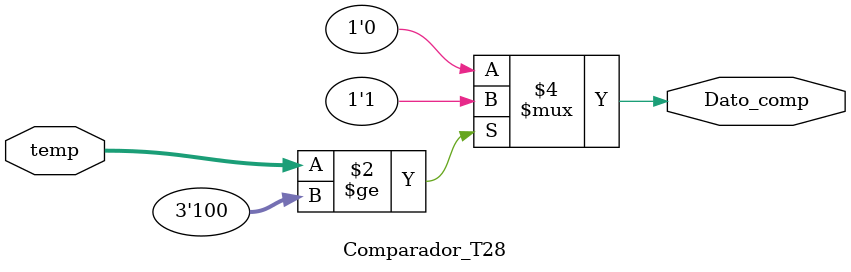
<source format=v>
`timescale 1ns / 1ps
module Comparador_T28(
	input wire [2:0] temp,
	output reg Dato_comp
    );
localparam temp28 = 3'b100;
	 
	 always @*
		 
		 if (temp >= temp28)
		 
			Dato_comp <= 1'b1;
			
		else 
			Dato_comp <= 1'b0;
			 

endmodule

</source>
